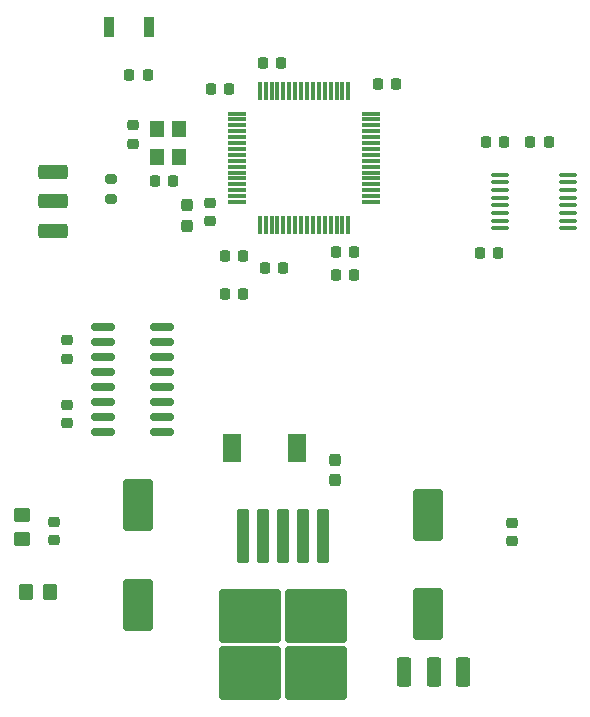
<source format=gtp>
%TF.GenerationSoftware,KiCad,Pcbnew,8.0.0*%
%TF.CreationDate,2025-05-02T12:08:02-03:00*%
%TF.ProjectId,PRJ4 (Alimentador Digital),50524a34-2028-4416-9c69-6d656e746164,rev?*%
%TF.SameCoordinates,Original*%
%TF.FileFunction,Paste,Top*%
%TF.FilePolarity,Positive*%
%FSLAX46Y46*%
G04 Gerber Fmt 4.6, Leading zero omitted, Abs format (unit mm)*
G04 Created by KiCad (PCBNEW 8.0.0) date 2025-05-02 12:08:02*
%MOMM*%
%LPD*%
G01*
G04 APERTURE LIST*
G04 Aperture macros list*
%AMRoundRect*
0 Rectangle with rounded corners*
0 $1 Rounding radius*
0 $2 $3 $4 $5 $6 $7 $8 $9 X,Y pos of 4 corners*
0 Add a 4 corners polygon primitive as box body*
4,1,4,$2,$3,$4,$5,$6,$7,$8,$9,$2,$3,0*
0 Add four circle primitives for the rounded corners*
1,1,$1+$1,$2,$3*
1,1,$1+$1,$4,$5*
1,1,$1+$1,$6,$7*
1,1,$1+$1,$8,$9*
0 Add four rect primitives between the rounded corners*
20,1,$1+$1,$2,$3,$4,$5,0*
20,1,$1+$1,$4,$5,$6,$7,0*
20,1,$1+$1,$6,$7,$8,$9,0*
20,1,$1+$1,$8,$9,$2,$3,0*%
G04 Aperture macros list end*
%ADD10RoundRect,0.250000X-1.000000X0.375000X-1.000000X-0.375000X1.000000X-0.375000X1.000000X0.375000X0*%
%ADD11RoundRect,0.200000X-0.275000X0.200000X-0.275000X-0.200000X0.275000X-0.200000X0.275000X0.200000X0*%
%ADD12RoundRect,0.225000X0.225000X0.250000X-0.225000X0.250000X-0.225000X-0.250000X0.225000X-0.250000X0*%
%ADD13R,1.200000X1.400000*%
%ADD14RoundRect,0.250000X0.450000X-0.350000X0.450000X0.350000X-0.450000X0.350000X-0.450000X-0.350000X0*%
%ADD15RoundRect,0.225000X-0.225000X-0.250000X0.225000X-0.250000X0.225000X0.250000X-0.225000X0.250000X0*%
%ADD16RoundRect,0.250000X0.350000X0.450000X-0.350000X0.450000X-0.350000X-0.450000X0.350000X-0.450000X0*%
%ADD17RoundRect,0.225000X-0.250000X0.225000X-0.250000X-0.225000X0.250000X-0.225000X0.250000X0.225000X0*%
%ADD18RoundRect,0.150000X-0.850000X-0.150000X0.850000X-0.150000X0.850000X0.150000X-0.850000X0.150000X0*%
%ADD19RoundRect,0.250000X-1.000000X1.950000X-1.000000X-1.950000X1.000000X-1.950000X1.000000X1.950000X0*%
%ADD20RoundRect,0.237500X-0.237500X0.287500X-0.237500X-0.287500X0.237500X-0.287500X0.237500X0.287500X0*%
%ADD21RoundRect,0.237500X0.237500X-0.287500X0.237500X0.287500X-0.237500X0.287500X-0.237500X-0.287500X0*%
%ADD22RoundRect,0.075000X-0.700000X-0.075000X0.700000X-0.075000X0.700000X0.075000X-0.700000X0.075000X0*%
%ADD23RoundRect,0.075000X-0.075000X-0.700000X0.075000X-0.700000X0.075000X0.700000X-0.075000X0.700000X0*%
%ADD24RoundRect,0.250000X-0.300000X2.050000X-0.300000X-2.050000X0.300000X-2.050000X0.300000X2.050000X0*%
%ADD25RoundRect,0.250000X-2.375000X2.025000X-2.375000X-2.025000X2.375000X-2.025000X2.375000X2.025000X0*%
%ADD26RoundRect,0.225000X0.250000X-0.225000X0.250000X0.225000X-0.250000X0.225000X-0.250000X-0.225000X0*%
%ADD27RoundRect,0.250000X-0.375000X-1.000000X0.375000X-1.000000X0.375000X1.000000X-0.375000X1.000000X0*%
%ADD28R,0.900000X1.700000*%
%ADD29RoundRect,0.100000X0.637500X0.100000X-0.637500X0.100000X-0.637500X-0.100000X0.637500X-0.100000X0*%
%ADD30R,1.500000X2.400000*%
G04 APERTURE END LIST*
D10*
%TO.C,SW2*%
X120325000Y-83225000D03*
X120325000Y-85725000D03*
X120325000Y-88225000D03*
%TD*%
D11*
%TO.C,R1*%
X125175000Y-83850000D03*
X125175000Y-85500000D03*
%TD*%
D12*
%TO.C,C9*%
X145800000Y-90000000D03*
X144250000Y-90000000D03*
%TD*%
%TO.C,C16*%
X136400000Y-90400000D03*
X134850000Y-90400000D03*
%TD*%
D13*
%TO.C,Y1*%
X129100000Y-79600000D03*
X129100000Y-82000000D03*
X131000000Y-82000000D03*
X131000000Y-79600000D03*
%TD*%
D14*
%TO.C,R3*%
X117700000Y-114325000D03*
X117700000Y-112325000D03*
%TD*%
D15*
%TO.C,C13*%
X147825000Y-75800000D03*
X149375000Y-75800000D03*
%TD*%
D12*
%TO.C,C10*%
X145800000Y-92000000D03*
X144250000Y-92000000D03*
%TD*%
D16*
%TO.C,R2*%
X120025000Y-118825000D03*
X118025000Y-118825000D03*
%TD*%
D15*
%TO.C,C12*%
X138050000Y-74000000D03*
X139600000Y-74000000D03*
%TD*%
D17*
%TO.C,C20*%
X159200000Y-112950000D03*
X159200000Y-114500000D03*
%TD*%
%TO.C,C2*%
X127075000Y-79300000D03*
X127075000Y-80850000D03*
%TD*%
D18*
%TO.C,U2*%
X124500000Y-96360000D03*
X124500000Y-97630000D03*
X124500000Y-98900000D03*
X124500000Y-100170000D03*
X124500000Y-101440000D03*
X124500000Y-102710000D03*
X124500000Y-103980000D03*
X124500000Y-105250000D03*
X129500000Y-105250000D03*
X129500000Y-103980000D03*
X129500000Y-102710000D03*
X129500000Y-101440000D03*
X129500000Y-100170000D03*
X129500000Y-98900000D03*
X129500000Y-97630000D03*
X129500000Y-96360000D03*
%TD*%
D19*
%TO.C,C18*%
X152025000Y-112275000D03*
X152025000Y-120675000D03*
%TD*%
D17*
%TO.C,C15*%
X133600000Y-85850000D03*
X133600000Y-87400000D03*
%TD*%
D20*
%TO.C,FB1*%
X131600000Y-86050000D03*
X131600000Y-87800000D03*
%TD*%
D12*
%TO.C,C7*%
X158500000Y-80750000D03*
X156950000Y-80750000D03*
%TD*%
%TO.C,C17*%
X136400000Y-93600000D03*
X134850000Y-93600000D03*
%TD*%
D21*
%TO.C,D1*%
X144200000Y-109350000D03*
X144200000Y-107600000D03*
%TD*%
D12*
%TO.C,C14*%
X135200000Y-76200000D03*
X133650000Y-76200000D03*
%TD*%
%TO.C,C8*%
X158000000Y-90075000D03*
X156450000Y-90075000D03*
%TD*%
%TO.C,C11*%
X139800000Y-91400000D03*
X138250000Y-91400000D03*
%TD*%
D22*
%TO.C,U1*%
X135875000Y-78300000D03*
X135875000Y-78800000D03*
X135875000Y-79300000D03*
X135875000Y-79800000D03*
X135875000Y-80300000D03*
X135875000Y-80800000D03*
X135875000Y-81300000D03*
X135875000Y-81800000D03*
X135875000Y-82300000D03*
X135875000Y-82800000D03*
X135875000Y-83300000D03*
X135875000Y-83800000D03*
X135875000Y-84300000D03*
X135875000Y-84800000D03*
X135875000Y-85300000D03*
X135875000Y-85800000D03*
D23*
X137800000Y-87725000D03*
X138300000Y-87725000D03*
X138800000Y-87725000D03*
X139300000Y-87725000D03*
X139800000Y-87725000D03*
X140300000Y-87725000D03*
X140800000Y-87725000D03*
X141300000Y-87725000D03*
X141800000Y-87725000D03*
X142300000Y-87725000D03*
X142800000Y-87725000D03*
X143300000Y-87725000D03*
X143800000Y-87725000D03*
X144300000Y-87725000D03*
X144800000Y-87725000D03*
X145300000Y-87725000D03*
D22*
X147225000Y-85800000D03*
X147225000Y-85300000D03*
X147225000Y-84800000D03*
X147225000Y-84300000D03*
X147225000Y-83800000D03*
X147225000Y-83300000D03*
X147225000Y-82800000D03*
X147225000Y-82300000D03*
X147225000Y-81800000D03*
X147225000Y-81300000D03*
X147225000Y-80800000D03*
X147225000Y-80300000D03*
X147225000Y-79800000D03*
X147225000Y-79300000D03*
X147225000Y-78800000D03*
X147225000Y-78300000D03*
D23*
X145300000Y-76375000D03*
X144800000Y-76375000D03*
X144300000Y-76375000D03*
X143800000Y-76375000D03*
X143300000Y-76375000D03*
X142800000Y-76375000D03*
X142300000Y-76375000D03*
X141800000Y-76375000D03*
X141300000Y-76375000D03*
X140800000Y-76375000D03*
X140300000Y-76375000D03*
X139800000Y-76375000D03*
X139300000Y-76375000D03*
X138800000Y-76375000D03*
X138300000Y-76375000D03*
X137800000Y-76375000D03*
%TD*%
D12*
%TO.C,C6*%
X162250000Y-80750000D03*
X160700000Y-80750000D03*
%TD*%
D24*
%TO.C,U3*%
X143150000Y-114100000D03*
X141450000Y-114100000D03*
X139750000Y-114100000D03*
D25*
X142525000Y-120825000D03*
X136975000Y-120825000D03*
X142525000Y-125675000D03*
X136975000Y-125675000D03*
D24*
X138050000Y-114100000D03*
X136350000Y-114100000D03*
%TD*%
D26*
%TO.C,C4*%
X121500000Y-104525000D03*
X121500000Y-102975000D03*
%TD*%
D17*
%TO.C,C21*%
X120400000Y-112850000D03*
X120400000Y-114400000D03*
%TD*%
D27*
%TO.C,SW3*%
X150025000Y-125575000D03*
X152525000Y-125575000D03*
X155025000Y-125575000D03*
%TD*%
D28*
%TO.C,SW1*%
X128400000Y-71000000D03*
X125000000Y-71000000D03*
%TD*%
D12*
%TO.C,C3*%
X130475000Y-84050000D03*
X128925000Y-84050000D03*
%TD*%
D15*
%TO.C,C1*%
X126750000Y-75000000D03*
X128300000Y-75000000D03*
%TD*%
D29*
%TO.C,U5*%
X163862500Y-88025000D03*
X163862500Y-87375000D03*
X163862500Y-86725000D03*
X163862500Y-86075000D03*
X163862500Y-85425000D03*
X163862500Y-84775000D03*
X163862500Y-84125000D03*
X163862500Y-83475000D03*
X158137500Y-83475000D03*
X158137500Y-84125000D03*
X158137500Y-84775000D03*
X158137500Y-85425000D03*
X158137500Y-86075000D03*
X158137500Y-86725000D03*
X158137500Y-87375000D03*
X158137500Y-88025000D03*
%TD*%
D30*
%TO.C,L1*%
X140950000Y-106645000D03*
X135450000Y-106645000D03*
%TD*%
D19*
%TO.C,C19*%
X127525000Y-111475000D03*
X127525000Y-119875000D03*
%TD*%
D26*
%TO.C,C5*%
X121500000Y-99050000D03*
X121500000Y-97500000D03*
%TD*%
M02*

</source>
